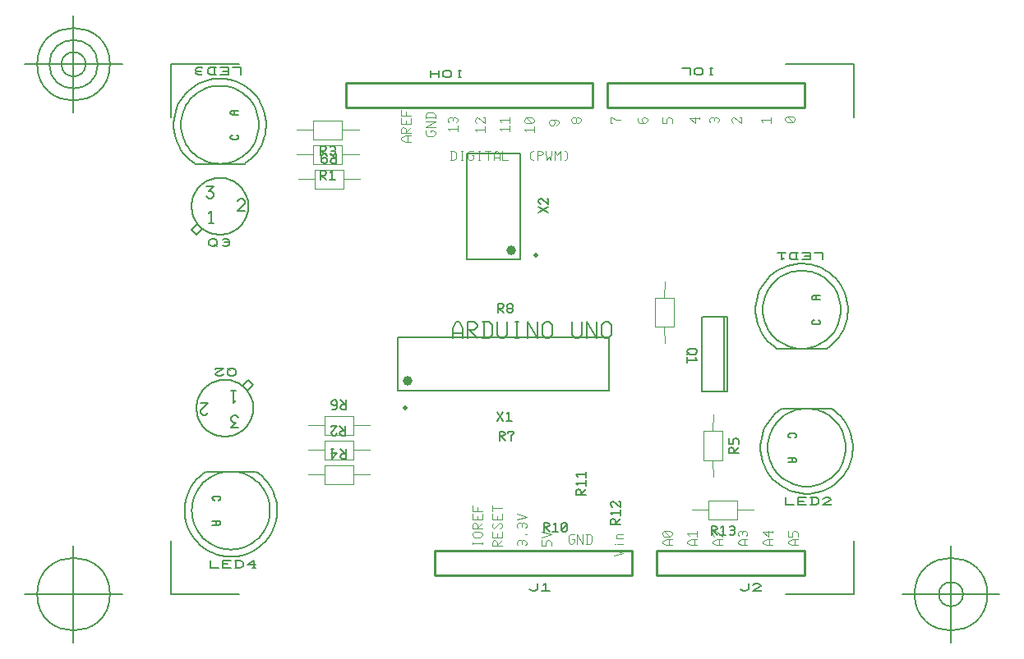
<source format=gbr>
G04 Generated by Ultiboard 13.0 *
%FSLAX34Y34*%
%MOMM*%

%ADD10C,0.0001*%
%ADD11C,0.0933*%
%ADD12C,0.2032*%
%ADD13C,0.2540*%
%ADD14C,0.1600*%
%ADD15C,0.1552*%
%ADD16C,0.2001*%
%ADD17C,0.1556*%
%ADD18C,0.1000*%
%ADD19C,0.1270*%
%ADD20C,0.50000*%
%ADD21C,1.00000*%


G04 ColorRGB FFFF00 for the following layer *
%LNSilkscreen Top*%
%LPD*%
G54D10*
G54D11*
X712040Y268807D02*
X712040Y270798D01*
X702040Y268807D02*
X702040Y270798D01*
X712040Y269802D02*
X702040Y269802D01*
X710040Y275776D02*
X712040Y277767D01*
X712040Y279758D01*
X710040Y281749D01*
X704040Y281749D01*
X702040Y279758D01*
X702040Y277767D01*
X704040Y275776D01*
X710040Y275776D01*
X712040Y284736D02*
X702040Y284736D01*
X702040Y288718D01*
X704040Y290709D01*
X705040Y290709D01*
X707040Y288718D01*
X707040Y284736D01*
X707040Y285731D02*
X712040Y290709D01*
X712040Y299669D02*
X712040Y293696D01*
X707040Y293696D01*
X702040Y293696D01*
X702040Y299669D01*
X707040Y293696D02*
X707040Y297678D01*
X712040Y302656D02*
X702040Y302656D01*
X702040Y308629D01*
X707040Y302656D02*
X707040Y306638D01*
X732360Y266816D02*
X722360Y266816D01*
X722360Y270798D01*
X724360Y272789D01*
X725360Y272789D01*
X727360Y270798D01*
X727360Y266816D01*
X727360Y267811D02*
X732360Y272789D01*
X732360Y281749D02*
X732360Y275776D01*
X727360Y275776D01*
X722360Y275776D01*
X722360Y281749D01*
X727360Y275776D02*
X727360Y279758D01*
X730360Y284736D02*
X732360Y286727D01*
X732360Y288718D01*
X730360Y290709D01*
X724360Y284736D01*
X722360Y286727D01*
X722360Y288718D01*
X724360Y290709D01*
X732360Y299669D02*
X732360Y293696D01*
X727360Y293696D01*
X722360Y293696D01*
X722360Y299669D01*
X727360Y293696D02*
X727360Y297678D01*
X732360Y305642D02*
X722360Y305642D01*
X722360Y302656D02*
X722360Y308629D01*
X748760Y267811D02*
X747760Y268807D01*
X747760Y270798D01*
X749760Y272789D01*
X751760Y272789D01*
X752760Y271793D01*
X753760Y272789D01*
X755760Y272789D01*
X757760Y270798D01*
X757760Y268807D01*
X756760Y267811D01*
X752760Y268807D02*
X752760Y271793D01*
X757760Y278762D02*
X756760Y278762D01*
X748760Y285731D02*
X747760Y286727D01*
X747760Y288718D01*
X749760Y290709D01*
X751760Y290709D01*
X752760Y289713D01*
X753760Y290709D01*
X755760Y290709D01*
X757760Y288718D01*
X757760Y286727D01*
X756760Y285731D01*
X752760Y286727D02*
X752760Y289713D01*
X747760Y293696D02*
X757760Y296682D01*
X747760Y299669D01*
X773160Y272789D02*
X773160Y266816D01*
X777160Y266816D01*
X777160Y270798D01*
X779160Y272789D01*
X781160Y272789D01*
X783160Y270798D01*
X783160Y266816D01*
X773160Y275776D02*
X783160Y278762D01*
X773160Y281749D01*
X805078Y273820D02*
X807069Y273820D01*
X807069Y270820D01*
X805078Y268820D01*
X803087Y268820D01*
X801096Y270820D01*
X801096Y276820D01*
X803087Y278820D01*
X807069Y278820D01*
X810056Y268820D02*
X810056Y278820D01*
X816029Y268820D01*
X816029Y278820D01*
X819016Y268820D02*
X822998Y268820D01*
X824989Y270820D01*
X824989Y276820D01*
X822998Y278820D01*
X819016Y278820D01*
X820011Y278820D02*
X820011Y268820D01*
X907620Y267556D02*
X901620Y267556D01*
X897620Y269547D01*
X897620Y271538D01*
X901620Y273529D01*
X907620Y273529D01*
X904620Y267556D02*
X904620Y273529D01*
X899620Y276516D02*
X897620Y278507D01*
X897620Y280498D01*
X899620Y282489D01*
X905620Y282489D01*
X907620Y280498D01*
X907620Y278507D01*
X905620Y276516D01*
X899620Y276516D01*
X899620Y282489D02*
X905620Y276516D01*
X933528Y267556D02*
X927528Y267556D01*
X923528Y269547D01*
X923528Y271538D01*
X927528Y273529D01*
X933528Y273529D01*
X930528Y267556D02*
X930528Y273529D01*
X925528Y277511D02*
X923528Y279502D01*
X933528Y279502D01*
X933528Y276516D02*
X933528Y282489D01*
X959436Y267556D02*
X953436Y267556D01*
X949436Y269547D01*
X949436Y271538D01*
X953436Y273529D01*
X959436Y273529D01*
X956436Y267556D02*
X956436Y273529D01*
X951436Y276516D02*
X949436Y278507D01*
X949436Y280498D01*
X951436Y282489D01*
X952436Y282489D01*
X959436Y276516D01*
X959436Y282489D01*
X958436Y282489D01*
X985344Y267556D02*
X979344Y267556D01*
X975344Y269547D01*
X975344Y271538D01*
X979344Y273529D01*
X985344Y273529D01*
X982344Y267556D02*
X982344Y273529D01*
X976344Y277511D02*
X975344Y278507D01*
X975344Y280498D01*
X977344Y282489D01*
X979344Y282489D01*
X980344Y281493D01*
X981344Y282489D01*
X983344Y282489D01*
X985344Y280498D01*
X985344Y278507D01*
X984344Y277511D01*
X980344Y278507D02*
X980344Y281493D01*
X1011252Y267556D02*
X1005252Y267556D01*
X1001252Y269547D01*
X1001252Y271538D01*
X1005252Y273529D01*
X1011252Y273529D01*
X1008252Y267556D02*
X1008252Y273529D01*
X1007252Y282489D02*
X1007252Y276516D01*
X1001252Y281493D01*
X1011252Y281493D01*
X1011252Y280498D02*
X1011252Y282489D01*
X1037160Y267556D02*
X1031160Y267556D01*
X1027160Y269547D01*
X1027160Y271538D01*
X1031160Y273529D01*
X1037160Y273529D01*
X1034160Y267556D02*
X1034160Y273529D01*
X1027160Y282489D02*
X1027160Y276516D01*
X1031160Y276516D01*
X1031160Y280498D01*
X1033160Y282489D01*
X1035160Y282489D01*
X1037160Y280498D01*
X1037160Y276516D01*
X679176Y664640D02*
X683158Y664640D01*
X685149Y666640D01*
X685149Y672640D01*
X683158Y674640D01*
X679176Y674640D01*
X680171Y674640D02*
X680171Y664640D01*
X690127Y664640D02*
X692118Y664640D01*
X690127Y674640D02*
X692118Y674640D01*
X691122Y664640D02*
X691122Y674640D01*
X701078Y669640D02*
X703069Y669640D01*
X703069Y666640D01*
X701078Y664640D01*
X699087Y664640D01*
X697096Y666640D01*
X697096Y672640D01*
X699087Y674640D01*
X703069Y674640D01*
X708047Y664640D02*
X710038Y664640D01*
X708047Y674640D02*
X710038Y674640D01*
X709042Y664640D02*
X709042Y674640D01*
X718002Y664640D02*
X718002Y674640D01*
X715016Y674640D02*
X720989Y674640D01*
X723976Y664640D02*
X723976Y670640D01*
X725967Y674640D01*
X727958Y674640D01*
X729949Y670640D01*
X729949Y664640D01*
X723976Y667640D02*
X729949Y667640D01*
X732936Y674640D02*
X732936Y664640D01*
X738909Y664640D01*
X764793Y664640D02*
X763798Y664640D01*
X761807Y666640D01*
X761807Y672640D01*
X763798Y674640D01*
X764793Y674640D01*
X768776Y664640D02*
X768776Y674640D01*
X772758Y674640D01*
X774749Y672640D01*
X774749Y671640D01*
X772758Y669640D01*
X768776Y669640D01*
X777736Y674640D02*
X778731Y664640D01*
X780722Y668640D01*
X782713Y664640D01*
X783709Y674640D01*
X786696Y664640D02*
X786696Y674640D01*
X789682Y669640D01*
X792669Y674640D01*
X792669Y664640D01*
X796651Y674640D02*
X797647Y674640D01*
X799638Y672640D01*
X799638Y666640D01*
X797647Y664640D01*
X796651Y664640D01*
X638380Y683976D02*
X632380Y683976D01*
X628380Y685967D01*
X628380Y687958D01*
X632380Y689949D01*
X638380Y689949D01*
X635380Y683976D02*
X635380Y689949D01*
X638380Y692936D02*
X628380Y692936D01*
X628380Y696918D01*
X630380Y698909D01*
X631380Y698909D01*
X633380Y696918D01*
X633380Y692936D01*
X633380Y693931D02*
X638380Y698909D01*
X638380Y707869D02*
X638380Y701896D01*
X633380Y701896D01*
X628380Y701896D01*
X628380Y707869D01*
X633380Y701896D02*
X633380Y705878D01*
X638380Y710856D02*
X628380Y710856D01*
X628380Y716829D01*
X633380Y710856D02*
X633380Y714838D01*
X658780Y693778D02*
X658780Y695769D01*
X661780Y695769D01*
X663780Y693778D01*
X663780Y691787D01*
X661780Y689796D01*
X655780Y689796D01*
X653780Y691787D01*
X653780Y695769D01*
X663780Y698756D02*
X653780Y698756D01*
X663780Y704729D01*
X653780Y704729D01*
X663780Y707716D02*
X663780Y711698D01*
X661780Y713689D01*
X655780Y713689D01*
X653780Y711698D01*
X653780Y707716D01*
X653780Y708711D02*
X663780Y708711D01*
X678640Y695271D02*
X676640Y697262D01*
X686640Y697262D01*
X686640Y694276D02*
X686640Y700249D01*
X677640Y704231D02*
X676640Y705227D01*
X676640Y707218D01*
X678640Y709209D01*
X680640Y709209D01*
X681640Y708213D01*
X682640Y709209D01*
X684640Y709209D01*
X686640Y707218D01*
X686640Y705227D01*
X685640Y704231D01*
X681640Y705227D02*
X681640Y708213D01*
X706580Y694671D02*
X704580Y696662D01*
X714580Y696662D01*
X714580Y693676D02*
X714580Y699649D01*
X706580Y702636D02*
X704580Y704627D01*
X704580Y706618D01*
X706580Y708609D01*
X707580Y708609D01*
X714580Y702636D01*
X714580Y708609D01*
X713580Y708609D01*
X731980Y695271D02*
X729980Y697262D01*
X739980Y697262D01*
X739980Y694276D02*
X739980Y700249D01*
X731980Y704231D02*
X729980Y706222D01*
X739980Y706222D01*
X739980Y703236D02*
X739980Y709209D01*
X757380Y694671D02*
X755380Y696662D01*
X765380Y696662D01*
X765380Y693676D02*
X765380Y699649D01*
X757380Y702636D02*
X755380Y704627D01*
X755380Y706618D01*
X757380Y708609D01*
X763380Y708609D01*
X765380Y706618D01*
X765380Y704627D01*
X763380Y702636D01*
X757380Y702636D01*
X757380Y708609D02*
X763380Y702636D01*
X788780Y700696D02*
X790780Y702687D01*
X790780Y704678D01*
X788780Y706669D01*
X784780Y706669D01*
X782780Y706669D01*
X780780Y704678D01*
X780780Y702687D01*
X782780Y700696D01*
X784780Y700696D01*
X786780Y702687D01*
X786780Y704678D01*
X784780Y706669D01*
X813640Y707218D02*
X813640Y705227D01*
X811640Y703236D01*
X809640Y703236D01*
X808640Y704231D01*
X807640Y703236D01*
X805640Y703236D01*
X803640Y705227D01*
X803640Y707218D01*
X805640Y709209D01*
X807640Y709209D01*
X808640Y708213D01*
X809640Y709209D01*
X811640Y709209D01*
X813640Y707218D01*
X808640Y704231D02*
X808640Y708213D01*
X854280Y706222D02*
X849280Y706222D01*
X846280Y709209D01*
X844280Y709209D01*
X844280Y703236D01*
X846280Y703236D01*
X872220Y708213D02*
X872220Y705227D01*
X874220Y703236D01*
X878220Y703236D01*
X880220Y703236D01*
X882220Y705227D01*
X882220Y707218D01*
X880220Y709209D01*
X878220Y709209D01*
X876220Y707218D01*
X876220Y705227D01*
X878220Y703236D01*
X897620Y709209D02*
X897620Y703236D01*
X901620Y703236D01*
X901620Y707218D01*
X903620Y709209D01*
X905620Y709209D01*
X907620Y707218D01*
X907620Y703236D01*
X931560Y709209D02*
X931560Y703236D01*
X925560Y708213D01*
X935560Y708213D01*
X935560Y707218D02*
X935560Y709209D01*
X946880Y704231D02*
X945880Y705227D01*
X945880Y707218D01*
X947880Y709209D01*
X949880Y709209D01*
X950880Y708213D01*
X951880Y709209D01*
X953880Y709209D01*
X955880Y707218D01*
X955880Y705227D01*
X954880Y704231D01*
X950880Y705227D02*
X950880Y708213D01*
X970740Y703236D02*
X968740Y705227D01*
X968740Y707218D01*
X970740Y709209D01*
X971740Y709209D01*
X978740Y703236D01*
X978740Y709209D01*
X977740Y709209D01*
X1001220Y704231D02*
X999220Y706222D01*
X1009220Y706222D01*
X1009220Y703236D02*
X1009220Y709209D01*
X1032080Y710204D02*
X1034080Y708213D01*
X1034080Y706222D01*
X1032080Y704231D01*
X1026080Y704231D01*
X1024080Y706222D01*
X1024080Y708213D01*
X1026080Y710204D01*
X1032080Y710204D01*
X1032080Y704231D02*
X1026080Y710204D01*
X847440Y256796D02*
X857440Y259782D01*
X847440Y262769D01*
X857440Y268742D02*
X851440Y268742D01*
X849440Y268742D02*
X848440Y268742D01*
X857440Y274716D02*
X851440Y274716D01*
X850440Y274716D01*
X851440Y274716D02*
X850440Y275711D01*
X850440Y277702D01*
X851440Y278698D01*
X857440Y278698D01*
G54D12*
X430671Y577608D02*
X433493Y576096D01*
X436316Y576096D01*
X439138Y577608D01*
X439138Y582144D01*
X436316Y583656D01*
X433493Y583656D01*
X430671Y582144D01*
X430671Y577608D01*
X436316Y577608D02*
X439138Y576096D01*
X444782Y582900D02*
X446193Y583656D01*
X449016Y583656D01*
X451838Y582144D01*
X451838Y580632D01*
X450427Y579876D01*
X451838Y579120D01*
X451838Y577608D01*
X449016Y576096D01*
X446193Y576096D01*
X444782Y576852D01*
X446193Y579876D02*
X450427Y579876D01*
X471170Y617220D02*
X471059Y619766D01*
X470726Y622292D01*
X470175Y624780D01*
X469408Y627210D01*
X468433Y629565D01*
X467257Y631825D01*
X465887Y633974D01*
X464336Y635996D01*
X462615Y637875D01*
X460736Y639596D01*
X458714Y641147D01*
X456565Y642517D01*
X454305Y643693D01*
X451950Y644668D01*
X449520Y645435D01*
X447032Y645986D01*
X444506Y646319D01*
X441960Y646430D01*
X439414Y646319D01*
X436888Y645986D01*
X434400Y645435D01*
X431970Y644668D01*
X429615Y643693D01*
X427355Y642517D01*
X425206Y641147D01*
X423184Y639596D01*
X421305Y637875D01*
X419584Y635996D01*
X418033Y633974D01*
X416663Y631825D01*
X415487Y629565D01*
X414512Y627210D01*
X413745Y624780D01*
X413194Y622292D01*
X412861Y619766D01*
X412750Y617220D01*
X412861Y614674D01*
X413194Y612148D01*
X413745Y609660D01*
X414512Y607230D01*
X415487Y604875D01*
X416663Y602615D01*
X418033Y600466D01*
X419584Y598444D01*
X421305Y596565D01*
X423184Y594844D01*
X425206Y593293D01*
X427355Y591923D01*
X429615Y590747D01*
X431970Y589772D01*
X434400Y589005D01*
X436888Y588454D01*
X439414Y588121D01*
X441960Y588010D01*
X444506Y588121D01*
X447032Y588454D01*
X449520Y589005D01*
X451950Y589772D01*
X454305Y590747D01*
X456565Y591923D01*
X458714Y593293D01*
X460736Y594844D01*
X462615Y596565D01*
X464336Y598444D01*
X465887Y600466D01*
X467257Y602615D01*
X468433Y604875D01*
X469408Y607230D01*
X470175Y609660D01*
X470726Y612148D01*
X471059Y614674D01*
X471170Y617220D01*
X471170Y617220D01*
X417830Y588010D02*
X412750Y593090D01*
X418677Y599017D01*
X433070Y612140D02*
X433070Y599440D01*
X430530Y599440D02*
X435610Y599440D01*
X423757Y593937D02*
X417830Y588010D01*
X430530Y609600D02*
X433070Y612140D01*
X435610Y637540D02*
X430530Y632460D01*
X433070Y624840D02*
X430530Y624840D01*
X430530Y632460D02*
X433070Y632460D01*
X427990Y637540D02*
X435610Y637540D01*
X435610Y627380D02*
X433070Y624840D01*
X433070Y632460D02*
X435610Y629920D01*
X430530Y624840D02*
X427990Y627380D01*
X435610Y629920D02*
X435610Y627380D01*
X467360Y619760D02*
X459740Y612140D01*
X467360Y612140D01*
X464820Y624840D02*
X467360Y622300D01*
X459740Y622300D02*
X462280Y624840D01*
X464820Y624840D01*
X467360Y622300D02*
X467360Y619760D01*
X431793Y251826D02*
X431793Y244267D01*
X440260Y244267D01*
X452960Y244267D02*
X444493Y244267D01*
X444493Y248046D01*
X444493Y251826D01*
X452960Y251826D01*
X444493Y248046D02*
X450138Y248046D01*
X457193Y244267D02*
X462838Y244267D01*
X465660Y245779D01*
X465660Y250314D01*
X462838Y251826D01*
X457193Y251826D01*
X458604Y251826D02*
X458604Y244267D01*
X478360Y247290D02*
X469893Y247290D01*
X476949Y251826D01*
X476949Y244267D01*
X475538Y244267D02*
X478360Y244267D01*
X427304Y343324D02*
X423921Y340911D01*
X420762Y338213D01*
X417850Y335249D01*
X415207Y332044D01*
X412854Y328620D01*
X410808Y325003D01*
X409085Y321223D01*
X407698Y317306D01*
X406658Y313284D01*
X405972Y309186D01*
X405646Y305044D01*
X405682Y300890D01*
X406081Y296754D01*
X406838Y292669D01*
X407948Y288665D01*
X409403Y284774D01*
X411192Y281024D01*
X413300Y277444D01*
X415713Y274061D01*
X418411Y270902D01*
X421375Y267990D01*
X424581Y265347D01*
X428005Y262994D01*
X431621Y260948D01*
X435401Y259225D01*
X439318Y257838D01*
X443340Y256798D01*
X447438Y256112D01*
X451580Y255786D01*
X455735Y255822D01*
X459870Y256221D01*
X463955Y256978D01*
X467959Y258088D01*
X471851Y259543D01*
X475601Y261332D01*
X479181Y263440D01*
X482563Y265853D01*
X485722Y268551D01*
X488634Y271515D01*
X491277Y274721D01*
X493630Y278145D01*
X495676Y281761D01*
X497399Y285541D01*
X498786Y289458D01*
X499826Y293480D01*
X500512Y297578D01*
X500838Y301720D01*
X500802Y305875D01*
X500404Y310010D01*
X499646Y314095D01*
X498536Y318099D01*
X497081Y321991D01*
X495292Y325741D01*
X493184Y329321D01*
X490771Y332703D01*
X488073Y335862D01*
X485109Y338774D01*
X481904Y341417D01*
X479181Y343324D01*
X453242Y263165D02*
X456747Y263318D01*
X460226Y263776D01*
X463651Y264536D01*
X466997Y265591D01*
X470238Y266933D01*
X473350Y268553D01*
X476309Y270439D01*
X479093Y272574D01*
X481680Y274945D01*
X484050Y277531D01*
X486186Y280315D01*
X488071Y283274D01*
X489691Y286386D01*
X491033Y289627D01*
X492088Y292973D01*
X492848Y296399D01*
X493306Y299877D01*
X493459Y303382D01*
X493306Y306887D01*
X492848Y310366D01*
X492088Y313791D01*
X491033Y317137D01*
X489691Y320378D01*
X488071Y323490D01*
X486186Y326449D01*
X484050Y329233D01*
X481680Y331820D01*
X479093Y334190D01*
X476309Y336326D01*
X473350Y338211D01*
X470238Y339831D01*
X466997Y341173D01*
X463651Y342228D01*
X460226Y342988D01*
X456747Y343446D01*
X453242Y343599D01*
X449737Y343446D01*
X446259Y342988D01*
X442833Y342228D01*
X439487Y341173D01*
X436246Y339831D01*
X433134Y338211D01*
X430175Y336326D01*
X427391Y334190D01*
X424805Y331820D01*
X422434Y329233D01*
X420299Y326449D01*
X418413Y323490D01*
X416793Y320378D01*
X415451Y317137D01*
X414396Y313791D01*
X413636Y310366D01*
X413178Y306887D01*
X413025Y303382D01*
X413178Y299877D01*
X413636Y296399D01*
X414396Y292973D01*
X415451Y289627D01*
X416793Y286386D01*
X418413Y283274D01*
X420299Y280315D01*
X422434Y277531D01*
X424805Y274945D01*
X427391Y272574D01*
X430175Y270439D01*
X433134Y268553D01*
X436246Y266933D01*
X439487Y265591D01*
X442833Y264536D01*
X446259Y263776D01*
X449737Y263318D01*
X453242Y263165D01*
X438425Y292799D02*
X438425Y288565D01*
X440542Y288565D02*
X440727Y288574D01*
X440910Y288598D01*
X441090Y288638D01*
X441266Y288693D01*
X441437Y288764D01*
X441600Y288849D01*
X441756Y288948D01*
X441903Y289061D01*
X442039Y289185D01*
X442164Y289322D01*
X442276Y289468D01*
X442375Y289624D01*
X442460Y289788D01*
X442531Y289958D01*
X442587Y290134D01*
X442627Y290315D01*
X442651Y290498D01*
X442659Y290682D01*
X442651Y290867D01*
X442627Y291050D01*
X442587Y291230D01*
X442531Y291406D01*
X442460Y291577D01*
X442375Y291740D01*
X442276Y291896D01*
X442164Y292043D01*
X442039Y292179D01*
X441903Y292304D01*
X441756Y292416D01*
X441600Y292515D01*
X441437Y292600D01*
X441266Y292671D01*
X441090Y292727D01*
X440910Y292767D01*
X440727Y292791D01*
X440542Y292799D01*
X478642Y343599D02*
X427842Y343599D01*
X434192Y292799D02*
X440542Y292799D01*
X436309Y318199D02*
X436125Y318191D01*
X435942Y318167D01*
X435761Y318127D01*
X435585Y318071D01*
X435415Y318000D01*
X435251Y317915D01*
X435095Y317816D01*
X434949Y317704D01*
X434812Y317579D01*
X434688Y317443D01*
X434575Y317296D01*
X434476Y317140D01*
X434391Y316977D01*
X434320Y316806D01*
X434265Y316630D01*
X434225Y316450D01*
X434201Y316267D01*
X434192Y316082D01*
X434201Y315898D01*
X434225Y315715D01*
X434265Y315534D01*
X434320Y315358D01*
X434391Y315188D01*
X434476Y315024D01*
X434575Y314868D01*
X434688Y314722D01*
X434812Y314585D01*
X434949Y314461D01*
X435095Y314348D01*
X435251Y314249D01*
X435415Y314164D01*
X435585Y314093D01*
X435761Y314038D01*
X435942Y313998D01*
X436125Y313974D01*
X436309Y313965D01*
X436309Y313965D01*
X436309Y318199D02*
X440542Y318199D01*
X440542Y313965D02*
X440727Y313973D01*
X440910Y313998D01*
X441090Y314038D01*
X441266Y314093D01*
X441437Y314164D01*
X441600Y314249D01*
X441756Y314348D01*
X441903Y314461D01*
X442039Y314585D01*
X442164Y314722D01*
X442276Y314868D01*
X442375Y315024D01*
X442460Y315188D01*
X442531Y315358D01*
X442587Y315534D01*
X442627Y315715D01*
X442651Y315898D01*
X442659Y316082D01*
X442651Y316267D01*
X442627Y316450D01*
X442587Y316630D01*
X442531Y316806D01*
X442460Y316977D01*
X442375Y317140D01*
X442276Y317296D01*
X442164Y317443D01*
X442039Y317579D01*
X441903Y317704D01*
X441756Y317816D01*
X441600Y317915D01*
X441437Y318000D01*
X441266Y318071D01*
X441090Y318127D01*
X440910Y318167D01*
X440727Y318191D01*
X440542Y318199D01*
X434192Y288565D02*
X440542Y288565D01*
X949537Y760155D02*
X946714Y760155D01*
X949537Y752596D02*
X946714Y752596D01*
X948126Y760155D02*
X948126Y752596D01*
X939659Y758644D02*
X936837Y760155D01*
X934014Y760155D01*
X931192Y758644D01*
X931192Y754108D01*
X934014Y752596D01*
X936837Y752596D01*
X939659Y754108D01*
X939659Y758644D01*
X926959Y752596D02*
X926959Y760155D01*
X918492Y760155D01*
X690457Y757615D02*
X687634Y757615D01*
X690457Y750056D02*
X687634Y750056D01*
X689046Y757615D02*
X689046Y750056D01*
X680579Y756104D02*
X677757Y757615D01*
X674934Y757615D01*
X672112Y756104D01*
X672112Y751568D01*
X674934Y750056D01*
X677757Y750056D01*
X680579Y751568D01*
X680579Y756104D01*
X667879Y757615D02*
X667879Y750056D01*
X659412Y757615D02*
X659412Y750056D01*
X667879Y753836D02*
X659412Y753836D01*
X760871Y221796D02*
X763693Y220285D01*
X766516Y220285D01*
X769338Y221796D01*
X769338Y227844D01*
X774982Y226332D02*
X777804Y227844D01*
X777804Y220285D01*
X773571Y220285D02*
X782038Y220285D01*
X978041Y221796D02*
X980863Y220285D01*
X983686Y220285D01*
X986508Y221796D01*
X986508Y227844D01*
X990741Y226332D02*
X993563Y227844D01*
X996386Y227844D01*
X999208Y226332D01*
X999208Y225576D01*
X990741Y220285D01*
X999208Y220285D01*
X999208Y221040D01*
X1062849Y562096D02*
X1062849Y569655D01*
X1054382Y569655D01*
X1041682Y569655D02*
X1050149Y569655D01*
X1050149Y565876D01*
X1050149Y562096D01*
X1041682Y562096D01*
X1050149Y565876D02*
X1044504Y565876D01*
X1037449Y569655D02*
X1031804Y569655D01*
X1028982Y568144D01*
X1028982Y563608D01*
X1031804Y562096D01*
X1037449Y562096D01*
X1036038Y562096D02*
X1036038Y569655D01*
X1023338Y563608D02*
X1020516Y562096D01*
X1020516Y569655D01*
X1024749Y569655D02*
X1016282Y569655D01*
X1067338Y470598D02*
X1070721Y473011D01*
X1073880Y475709D01*
X1076792Y478673D01*
X1079435Y481879D01*
X1081788Y485303D01*
X1083834Y488919D01*
X1085557Y492699D01*
X1086944Y496616D01*
X1087984Y500638D01*
X1088670Y504736D01*
X1088996Y508878D01*
X1088960Y513032D01*
X1088562Y517168D01*
X1087804Y521253D01*
X1086694Y525257D01*
X1085239Y529149D01*
X1083450Y532899D01*
X1081342Y536478D01*
X1078929Y539861D01*
X1076231Y543020D01*
X1073267Y545932D01*
X1070061Y548575D01*
X1066637Y550928D01*
X1063021Y552974D01*
X1059241Y554697D01*
X1055324Y556084D01*
X1051302Y557124D01*
X1047204Y557810D01*
X1043062Y558136D01*
X1038908Y558100D01*
X1034772Y557702D01*
X1030687Y556944D01*
X1026683Y555834D01*
X1022791Y554379D01*
X1019041Y552590D01*
X1015462Y550482D01*
X1012079Y548069D01*
X1008920Y545371D01*
X1006008Y542407D01*
X1003365Y539201D01*
X1001012Y535777D01*
X998966Y532161D01*
X997243Y528381D01*
X995856Y524464D01*
X994816Y520442D01*
X994130Y516344D01*
X993804Y512202D01*
X993840Y508048D01*
X994238Y503912D01*
X994996Y499827D01*
X996106Y495823D01*
X997561Y491931D01*
X999350Y488181D01*
X1001458Y484602D01*
X1003871Y481219D01*
X1006569Y478060D01*
X1009533Y475148D01*
X1012739Y472505D01*
X1015462Y470598D01*
X1041400Y550757D02*
X1037895Y550604D01*
X1034416Y550146D01*
X1030991Y549386D01*
X1027645Y548331D01*
X1024404Y546989D01*
X1021292Y545369D01*
X1018333Y543484D01*
X1015549Y541348D01*
X1012963Y538977D01*
X1010592Y536391D01*
X1008456Y533607D01*
X1006571Y530648D01*
X1004951Y527536D01*
X1003609Y524295D01*
X1002554Y520949D01*
X1001794Y517524D01*
X1001336Y514045D01*
X1001183Y510540D01*
X1001336Y507035D01*
X1001794Y503556D01*
X1002554Y500131D01*
X1003609Y496785D01*
X1004951Y493544D01*
X1006571Y490432D01*
X1008456Y487473D01*
X1010592Y484689D01*
X1012963Y482103D01*
X1015549Y479732D01*
X1018333Y477596D01*
X1021292Y475711D01*
X1024404Y474091D01*
X1027645Y472749D01*
X1030991Y471694D01*
X1034416Y470934D01*
X1037895Y470476D01*
X1041400Y470323D01*
X1044905Y470476D01*
X1048384Y470934D01*
X1051809Y471694D01*
X1055155Y472749D01*
X1058396Y474091D01*
X1061508Y475711D01*
X1064467Y477596D01*
X1067251Y479732D01*
X1069837Y482103D01*
X1072208Y484689D01*
X1074344Y487473D01*
X1076229Y490432D01*
X1077849Y493544D01*
X1079191Y496785D01*
X1080246Y500131D01*
X1081006Y503556D01*
X1081464Y507035D01*
X1081617Y510540D01*
X1081464Y514045D01*
X1081006Y517524D01*
X1080246Y520949D01*
X1079191Y524295D01*
X1077849Y527536D01*
X1076229Y530648D01*
X1074344Y533607D01*
X1072208Y536391D01*
X1069837Y538977D01*
X1067251Y541348D01*
X1064467Y543484D01*
X1061508Y545369D01*
X1058396Y546989D01*
X1055155Y548331D01*
X1051809Y549386D01*
X1048384Y550146D01*
X1044905Y550604D01*
X1041400Y550757D01*
X1056217Y521123D02*
X1056217Y525357D01*
X1054100Y525357D02*
X1053916Y525349D01*
X1053732Y525325D01*
X1053552Y525285D01*
X1053376Y525229D01*
X1053205Y525158D01*
X1053042Y525073D01*
X1052886Y524974D01*
X1052739Y524861D01*
X1052603Y524737D01*
X1052479Y524601D01*
X1052366Y524454D01*
X1052267Y524298D01*
X1052182Y524135D01*
X1052111Y523964D01*
X1052055Y523788D01*
X1052015Y523608D01*
X1051991Y523424D01*
X1051983Y523240D01*
X1051991Y523056D01*
X1052015Y522872D01*
X1052055Y522692D01*
X1052111Y522516D01*
X1052182Y522345D01*
X1052267Y522182D01*
X1052366Y522026D01*
X1052479Y521879D01*
X1052603Y521743D01*
X1052739Y521619D01*
X1052886Y521506D01*
X1053042Y521407D01*
X1053205Y521322D01*
X1053376Y521251D01*
X1053552Y521195D01*
X1053732Y521155D01*
X1053916Y521131D01*
X1054100Y521123D01*
X1016000Y470323D02*
X1066800Y470323D01*
X1060450Y521123D02*
X1054100Y521123D01*
X1058333Y495723D02*
X1058517Y495731D01*
X1058701Y495755D01*
X1058881Y495795D01*
X1059057Y495851D01*
X1059228Y495922D01*
X1059391Y496007D01*
X1059547Y496106D01*
X1059694Y496219D01*
X1059830Y496343D01*
X1059954Y496479D01*
X1060067Y496626D01*
X1060166Y496782D01*
X1060251Y496945D01*
X1060322Y497116D01*
X1060378Y497292D01*
X1060418Y497472D01*
X1060442Y497656D01*
X1060450Y497840D01*
X1060442Y498024D01*
X1060418Y498208D01*
X1060378Y498388D01*
X1060322Y498564D01*
X1060251Y498735D01*
X1060166Y498898D01*
X1060067Y499054D01*
X1059954Y499201D01*
X1059830Y499337D01*
X1059694Y499461D01*
X1059547Y499574D01*
X1059391Y499673D01*
X1059228Y499758D01*
X1059057Y499829D01*
X1058881Y499885D01*
X1058701Y499925D01*
X1058517Y499949D01*
X1058333Y499957D01*
X1058333Y499957D01*
X1058333Y495723D02*
X1054100Y495723D01*
X1054100Y499957D02*
X1053916Y499949D01*
X1053732Y499925D01*
X1053552Y499885D01*
X1053376Y499829D01*
X1053205Y499758D01*
X1053042Y499673D01*
X1052886Y499574D01*
X1052739Y499461D01*
X1052603Y499337D01*
X1052479Y499201D01*
X1052366Y499054D01*
X1052267Y498898D01*
X1052182Y498735D01*
X1052111Y498564D01*
X1052055Y498388D01*
X1052015Y498208D01*
X1051991Y498024D01*
X1051983Y497840D01*
X1051991Y497656D01*
X1052015Y497472D01*
X1052055Y497292D01*
X1052111Y497116D01*
X1052182Y496945D01*
X1052267Y496782D01*
X1052366Y496626D01*
X1052479Y496479D01*
X1052603Y496343D01*
X1052739Y496219D01*
X1052886Y496106D01*
X1053042Y496007D01*
X1053205Y495922D01*
X1053376Y495851D01*
X1053552Y495795D01*
X1053732Y495755D01*
X1053916Y495731D01*
X1054100Y495723D01*
X1060450Y525357D02*
X1054100Y525357D01*
X1025031Y316744D02*
X1025031Y309185D01*
X1033498Y309185D01*
X1046198Y309185D02*
X1037731Y309185D01*
X1037731Y312964D01*
X1037731Y316744D01*
X1046198Y316744D01*
X1037731Y312964D02*
X1043376Y312964D01*
X1050431Y309185D02*
X1056076Y309185D01*
X1058898Y310696D01*
X1058898Y315232D01*
X1056076Y316744D01*
X1050431Y316744D01*
X1051842Y316744D02*
X1051842Y309185D01*
X1063131Y315232D02*
X1065953Y316744D01*
X1068776Y316744D01*
X1071598Y315232D01*
X1071598Y314476D01*
X1063131Y309185D01*
X1071598Y309185D01*
X1071598Y309940D01*
X1020542Y408242D02*
X1017159Y405829D01*
X1014000Y403131D01*
X1011088Y400167D01*
X1008445Y396961D01*
X1006092Y393537D01*
X1004046Y389921D01*
X1002323Y386141D01*
X1000936Y382224D01*
X999896Y378202D01*
X999210Y374104D01*
X998884Y369962D01*
X998920Y365808D01*
X999318Y361672D01*
X1000076Y357587D01*
X1001186Y353583D01*
X1002641Y349691D01*
X1004430Y345941D01*
X1006538Y342362D01*
X1008951Y338979D01*
X1011649Y335820D01*
X1014613Y332908D01*
X1017819Y330265D01*
X1021243Y327912D01*
X1024859Y325866D01*
X1028639Y324143D01*
X1032556Y322756D01*
X1036578Y321716D01*
X1040676Y321030D01*
X1044818Y320704D01*
X1048972Y320740D01*
X1053108Y321138D01*
X1057193Y321896D01*
X1061197Y323006D01*
X1065089Y324461D01*
X1068839Y326250D01*
X1072418Y328358D01*
X1075801Y330771D01*
X1078960Y333469D01*
X1081872Y336433D01*
X1084515Y339639D01*
X1086868Y343063D01*
X1088914Y346679D01*
X1090637Y350459D01*
X1092024Y354376D01*
X1093064Y358398D01*
X1093750Y362496D01*
X1094076Y366638D01*
X1094040Y370792D01*
X1093642Y374928D01*
X1092884Y379013D01*
X1091774Y383017D01*
X1090319Y386909D01*
X1088530Y390659D01*
X1086422Y394238D01*
X1084009Y397621D01*
X1081311Y400780D01*
X1078347Y403692D01*
X1075141Y406335D01*
X1072418Y408242D01*
X1046480Y328083D02*
X1049985Y328236D01*
X1053464Y328694D01*
X1056889Y329454D01*
X1060235Y330509D01*
X1063476Y331851D01*
X1066588Y333471D01*
X1069547Y335356D01*
X1072331Y337492D01*
X1074917Y339863D01*
X1077288Y342449D01*
X1079424Y345233D01*
X1081309Y348192D01*
X1082929Y351304D01*
X1084271Y354545D01*
X1085326Y357891D01*
X1086086Y361316D01*
X1086544Y364795D01*
X1086697Y368300D01*
X1086544Y371805D01*
X1086086Y375284D01*
X1085326Y378709D01*
X1084271Y382055D01*
X1082929Y385296D01*
X1081309Y388408D01*
X1079424Y391367D01*
X1077288Y394151D01*
X1074917Y396737D01*
X1072331Y399108D01*
X1069547Y401244D01*
X1066588Y403129D01*
X1063476Y404749D01*
X1060235Y406091D01*
X1056889Y407146D01*
X1053464Y407906D01*
X1049985Y408364D01*
X1046480Y408517D01*
X1042975Y408364D01*
X1039496Y407906D01*
X1036071Y407146D01*
X1032725Y406091D01*
X1029484Y404749D01*
X1026372Y403129D01*
X1023413Y401244D01*
X1020629Y399108D01*
X1018043Y396737D01*
X1015672Y394151D01*
X1013536Y391367D01*
X1011651Y388408D01*
X1010031Y385296D01*
X1008689Y382055D01*
X1007634Y378709D01*
X1006874Y375284D01*
X1006416Y371805D01*
X1006263Y368300D01*
X1006416Y364795D01*
X1006874Y361316D01*
X1007634Y357891D01*
X1008689Y354545D01*
X1010031Y351304D01*
X1011651Y348192D01*
X1013536Y345233D01*
X1015672Y342449D01*
X1018043Y339863D01*
X1020629Y337492D01*
X1023413Y335356D01*
X1026372Y333471D01*
X1029484Y331851D01*
X1032725Y330509D01*
X1036071Y329454D01*
X1039496Y328694D01*
X1042975Y328236D01*
X1046480Y328083D01*
X1031663Y357717D02*
X1031663Y353483D01*
X1033780Y353483D02*
X1033964Y353491D01*
X1034148Y353515D01*
X1034328Y353555D01*
X1034504Y353611D01*
X1034675Y353682D01*
X1034838Y353767D01*
X1034994Y353866D01*
X1035141Y353979D01*
X1035277Y354103D01*
X1035401Y354239D01*
X1035514Y354386D01*
X1035613Y354542D01*
X1035698Y354705D01*
X1035769Y354876D01*
X1035825Y355052D01*
X1035865Y355232D01*
X1035889Y355416D01*
X1035897Y355600D01*
X1035889Y355784D01*
X1035865Y355968D01*
X1035825Y356148D01*
X1035769Y356324D01*
X1035698Y356495D01*
X1035613Y356658D01*
X1035514Y356814D01*
X1035401Y356961D01*
X1035277Y357097D01*
X1035141Y357221D01*
X1034994Y357334D01*
X1034838Y357433D01*
X1034675Y357518D01*
X1034504Y357589D01*
X1034328Y357645D01*
X1034148Y357685D01*
X1033964Y357709D01*
X1033780Y357717D01*
X1071880Y408517D02*
X1021080Y408517D01*
X1027430Y357717D02*
X1033780Y357717D01*
X1029547Y383117D02*
X1029363Y383109D01*
X1029179Y383085D01*
X1028999Y383045D01*
X1028823Y382989D01*
X1028652Y382918D01*
X1028489Y382833D01*
X1028333Y382734D01*
X1028186Y382621D01*
X1028050Y382497D01*
X1027926Y382361D01*
X1027813Y382214D01*
X1027714Y382058D01*
X1027629Y381895D01*
X1027558Y381724D01*
X1027502Y381548D01*
X1027462Y381368D01*
X1027438Y381184D01*
X1027430Y381000D01*
X1027438Y380816D01*
X1027462Y380632D01*
X1027502Y380452D01*
X1027558Y380276D01*
X1027629Y380105D01*
X1027714Y379942D01*
X1027813Y379786D01*
X1027926Y379639D01*
X1028050Y379503D01*
X1028186Y379379D01*
X1028333Y379266D01*
X1028489Y379167D01*
X1028652Y379082D01*
X1028823Y379011D01*
X1028999Y378955D01*
X1029179Y378915D01*
X1029363Y378891D01*
X1029547Y378883D01*
X1029547Y378883D01*
X1029547Y383117D02*
X1033780Y383117D01*
X1033780Y378883D02*
X1033964Y378891D01*
X1034148Y378915D01*
X1034328Y378955D01*
X1034504Y379011D01*
X1034675Y379082D01*
X1034838Y379167D01*
X1034994Y379266D01*
X1035141Y379379D01*
X1035277Y379503D01*
X1035401Y379639D01*
X1035514Y379786D01*
X1035613Y379942D01*
X1035698Y380105D01*
X1035769Y380276D01*
X1035825Y380452D01*
X1035865Y380632D01*
X1035889Y380816D01*
X1035897Y381000D01*
X1035889Y381184D01*
X1035865Y381368D01*
X1035825Y381548D01*
X1035769Y381724D01*
X1035698Y381895D01*
X1035613Y382058D01*
X1035514Y382214D01*
X1035401Y382361D01*
X1035277Y382497D01*
X1035141Y382621D01*
X1034994Y382734D01*
X1034838Y382833D01*
X1034675Y382918D01*
X1034504Y382989D01*
X1034328Y383045D01*
X1034148Y383085D01*
X1033964Y383109D01*
X1033780Y383117D01*
X1027430Y353483D02*
X1033780Y353483D01*
X458329Y448552D02*
X455507Y450064D01*
X452684Y450064D01*
X449862Y448552D01*
X449862Y444016D01*
X452684Y442504D01*
X455507Y442504D01*
X458329Y444016D01*
X458329Y448552D01*
X452684Y448552D02*
X449862Y450064D01*
X445629Y444016D02*
X442807Y442504D01*
X439984Y442504D01*
X437162Y444016D01*
X437162Y444772D01*
X445629Y450064D01*
X437162Y450064D01*
X437162Y449308D01*
X417830Y408940D02*
X417941Y406394D01*
X418274Y403868D01*
X418825Y401380D01*
X419592Y398950D01*
X420567Y396595D01*
X421743Y394335D01*
X423113Y392186D01*
X424664Y390164D01*
X426385Y388285D01*
X428264Y386564D01*
X430286Y385013D01*
X432435Y383643D01*
X434695Y382467D01*
X437050Y381492D01*
X439480Y380725D01*
X441968Y380174D01*
X444494Y379841D01*
X447040Y379730D01*
X449586Y379841D01*
X452112Y380174D01*
X454600Y380725D01*
X457030Y381492D01*
X459385Y382467D01*
X461645Y383643D01*
X463794Y385013D01*
X465816Y386564D01*
X467695Y388285D01*
X469416Y390164D01*
X470967Y392186D01*
X472337Y394335D01*
X473513Y396595D01*
X474488Y398950D01*
X475255Y401380D01*
X475806Y403868D01*
X476139Y406394D01*
X476250Y408940D01*
X476139Y411486D01*
X475806Y414012D01*
X475255Y416500D01*
X474488Y418930D01*
X473513Y421285D01*
X472337Y423545D01*
X470967Y425694D01*
X469416Y427716D01*
X467695Y429595D01*
X465816Y431316D01*
X463794Y432867D01*
X461645Y434237D01*
X459385Y435413D01*
X457030Y436388D01*
X454600Y437155D01*
X452112Y437706D01*
X449586Y438039D01*
X447040Y438150D01*
X444494Y438039D01*
X441968Y437706D01*
X439480Y437155D01*
X437050Y436388D01*
X434695Y435413D01*
X432435Y434237D01*
X430286Y432867D01*
X428264Y431316D01*
X426385Y429595D01*
X424664Y427716D01*
X423113Y425694D01*
X421743Y423545D01*
X420567Y421285D01*
X419592Y418930D01*
X418825Y416500D01*
X418274Y414012D01*
X417941Y411486D01*
X417830Y408940D01*
X471170Y438150D02*
X476250Y433070D01*
X470323Y427143D01*
X455930Y414020D02*
X455930Y426720D01*
X458470Y426720D02*
X453390Y426720D01*
X465243Y432223D02*
X471170Y438150D01*
X458470Y416560D02*
X455930Y414020D01*
X453390Y388620D02*
X458470Y393700D01*
X455930Y401320D02*
X458470Y401320D01*
X458470Y393700D02*
X455930Y393700D01*
X461010Y388620D02*
X453390Y388620D01*
X453390Y398780D02*
X455930Y401320D01*
X455930Y393700D02*
X453390Y396240D01*
X458470Y401320D02*
X461010Y398780D01*
X453390Y396240D02*
X453390Y398780D01*
X421640Y406400D02*
X429260Y414020D01*
X421640Y414020D01*
X424180Y401320D02*
X421640Y403860D01*
X429260Y403860D02*
X426720Y401320D01*
X424180Y401320D01*
X421640Y403860D02*
X421640Y406400D01*
X463409Y752892D02*
X463409Y760451D01*
X454942Y760451D01*
X442242Y760451D02*
X450709Y760451D01*
X450709Y756672D01*
X450709Y752892D01*
X442242Y752892D01*
X450709Y756672D02*
X445064Y756672D01*
X438009Y760451D02*
X432364Y760451D01*
X429542Y758939D01*
X429542Y754404D01*
X432364Y752892D01*
X438009Y752892D01*
X436598Y752892D02*
X436598Y760451D01*
X423898Y753648D02*
X422487Y752892D01*
X419664Y752892D01*
X416842Y754404D01*
X416842Y755916D01*
X418253Y756672D01*
X416842Y757427D01*
X416842Y758939D01*
X419664Y760451D01*
X422487Y760451D01*
X423898Y759695D01*
X422487Y756672D02*
X418253Y756672D01*
X467898Y661394D02*
X471281Y663807D01*
X474440Y666505D01*
X477352Y669468D01*
X479995Y672674D01*
X482348Y676098D01*
X484394Y679714D01*
X486117Y683495D01*
X487504Y687412D01*
X488544Y691434D01*
X489230Y695532D01*
X489556Y699674D01*
X489520Y703828D01*
X489122Y707964D01*
X488364Y712049D01*
X487254Y716053D01*
X485799Y719944D01*
X484010Y723694D01*
X481902Y727274D01*
X479489Y730657D01*
X476791Y733816D01*
X473827Y736728D01*
X470621Y739371D01*
X467197Y741724D01*
X463581Y743770D01*
X459801Y745493D01*
X455884Y746880D01*
X451862Y747920D01*
X447764Y748606D01*
X443622Y748932D01*
X439468Y748896D01*
X435332Y748497D01*
X431247Y747740D01*
X427243Y746630D01*
X423351Y745175D01*
X419601Y743386D01*
X416022Y741277D01*
X412639Y738865D01*
X409480Y736166D01*
X406568Y733203D01*
X403925Y729997D01*
X401572Y726573D01*
X399526Y722957D01*
X397803Y719176D01*
X396416Y715260D01*
X395376Y711238D01*
X394690Y707140D01*
X394364Y702998D01*
X394400Y698843D01*
X394798Y694708D01*
X395556Y690622D01*
X396666Y686619D01*
X398121Y682727D01*
X399910Y678977D01*
X402018Y675397D01*
X404431Y672015D01*
X407129Y668856D01*
X410093Y665944D01*
X413299Y663301D01*
X416022Y661394D01*
X441960Y741552D02*
X438455Y741399D01*
X434976Y740941D01*
X431551Y740182D01*
X428205Y739127D01*
X424964Y737784D01*
X421852Y736164D01*
X418893Y734279D01*
X416109Y732144D01*
X413523Y729773D01*
X411152Y727187D01*
X409016Y724403D01*
X407131Y721444D01*
X405511Y718332D01*
X404169Y715091D01*
X403114Y711745D01*
X402354Y708319D01*
X401896Y704841D01*
X401743Y701336D01*
X401896Y697831D01*
X402354Y694352D01*
X403114Y690927D01*
X404169Y687581D01*
X405511Y684339D01*
X407131Y681227D01*
X409016Y678268D01*
X411152Y675485D01*
X413523Y672898D01*
X416109Y670528D01*
X418893Y668392D01*
X421852Y666507D01*
X424964Y664887D01*
X428205Y663544D01*
X431551Y662489D01*
X434976Y661730D01*
X438455Y661272D01*
X441960Y661119D01*
X445465Y661272D01*
X448944Y661730D01*
X452369Y662489D01*
X455715Y663544D01*
X458956Y664887D01*
X462068Y666507D01*
X465027Y668392D01*
X467811Y670528D01*
X470397Y672898D01*
X472768Y675485D01*
X474904Y678268D01*
X476789Y681227D01*
X478409Y684339D01*
X479751Y687581D01*
X480806Y690927D01*
X481566Y694352D01*
X482024Y697831D01*
X482177Y701336D01*
X482024Y704841D01*
X481566Y708319D01*
X480806Y711745D01*
X479751Y715091D01*
X478409Y718332D01*
X476789Y721444D01*
X474904Y724403D01*
X472768Y727187D01*
X470397Y729773D01*
X467811Y732144D01*
X465027Y734279D01*
X462068Y736164D01*
X458956Y737784D01*
X455715Y739127D01*
X452369Y740182D01*
X448944Y740941D01*
X445465Y741399D01*
X441960Y741552D01*
X456777Y711919D02*
X456777Y716152D01*
X454660Y716152D02*
X454476Y716144D01*
X454292Y716120D01*
X454112Y716080D01*
X453936Y716025D01*
X453765Y715954D01*
X453602Y715869D01*
X453446Y715770D01*
X453299Y715657D01*
X453163Y715532D01*
X453039Y715396D01*
X452926Y715250D01*
X452827Y715094D01*
X452742Y714930D01*
X452671Y714760D01*
X452615Y714584D01*
X452575Y714403D01*
X452551Y714220D01*
X452543Y714036D01*
X452551Y713851D01*
X452575Y713668D01*
X452615Y713488D01*
X452671Y713312D01*
X452742Y713141D01*
X452827Y712977D01*
X452926Y712822D01*
X453039Y712675D01*
X453163Y712539D01*
X453299Y712414D01*
X453446Y712302D01*
X453602Y712203D01*
X453765Y712117D01*
X453936Y712047D01*
X454112Y711991D01*
X454292Y711951D01*
X454476Y711927D01*
X454660Y711919D01*
X416560Y661119D02*
X467360Y661119D01*
X461010Y711919D02*
X454660Y711919D01*
X458893Y686519D02*
X459077Y686527D01*
X459261Y686551D01*
X459441Y686591D01*
X459617Y686647D01*
X459788Y686717D01*
X459951Y686803D01*
X460107Y686902D01*
X460254Y687014D01*
X460390Y687139D01*
X460514Y687275D01*
X460627Y687422D01*
X460726Y687577D01*
X460811Y687741D01*
X460882Y687912D01*
X460938Y688088D01*
X460978Y688268D01*
X461002Y688451D01*
X461010Y688636D01*
X461002Y688820D01*
X460978Y689003D01*
X460938Y689184D01*
X460882Y689360D01*
X460811Y689530D01*
X460726Y689694D01*
X460627Y689850D01*
X460514Y689996D01*
X460390Y690132D01*
X460254Y690257D01*
X460107Y690370D01*
X459951Y690469D01*
X459788Y690554D01*
X459617Y690625D01*
X459441Y690680D01*
X459261Y690720D01*
X459077Y690744D01*
X458893Y690752D01*
X458893Y690752D01*
X458893Y686519D02*
X454660Y686519D01*
X454660Y690752D02*
X454476Y690744D01*
X454292Y690720D01*
X454112Y690680D01*
X453936Y690625D01*
X453765Y690554D01*
X453602Y690469D01*
X453446Y690370D01*
X453299Y690257D01*
X453163Y690132D01*
X453039Y689996D01*
X452926Y689850D01*
X452827Y689694D01*
X452742Y689530D01*
X452671Y689360D01*
X452615Y689184D01*
X452575Y689003D01*
X452551Y688820D01*
X452543Y688636D01*
X452551Y688451D01*
X452575Y688268D01*
X452615Y688088D01*
X452671Y687912D01*
X452742Y687741D01*
X452827Y687577D01*
X452926Y687422D01*
X453039Y687275D01*
X453163Y687139D01*
X453299Y687014D01*
X453446Y686902D01*
X453602Y686803D01*
X453765Y686717D01*
X453936Y686647D01*
X454112Y686591D01*
X454292Y686551D01*
X454476Y686527D01*
X454660Y686519D01*
X461010Y716152D02*
X454660Y716152D01*
X961460Y426796D02*
X961460Y503014D01*
X964860Y503380D02*
X964860Y426496D01*
X938760Y426496D02*
X938760Y503530D01*
X964660Y503614D02*
X939160Y503614D01*
X770306Y610555D02*
X780306Y616528D01*
X780306Y610555D02*
X770306Y616528D01*
X772306Y619515D02*
X770306Y621506D01*
X770306Y623497D01*
X772306Y625488D01*
X773306Y625488D01*
X780306Y619515D01*
X780306Y625488D01*
X779306Y625488D01*
X696530Y671820D02*
X696530Y562620D01*
X751270Y562620D02*
X751270Y671820D01*
X696530Y562620D02*
X751270Y562620D01*
X751270Y671820D02*
X696530Y671820D01*
X727632Y405330D02*
X733606Y395330D01*
X727632Y395330D02*
X733606Y405330D01*
X737588Y403330D02*
X739579Y405330D01*
X739579Y395330D01*
X736592Y395330D02*
X742566Y395330D01*
X843060Y482010D02*
X625060Y482010D01*
X625060Y427310D02*
X843060Y427310D01*
X625060Y482010D02*
X625060Y427310D01*
X843060Y427310D02*
X843060Y482010D01*
G54D13*
X1043940Y718820D02*
X840740Y718820D01*
X840740Y744220D01*
X1043940Y744220D01*
X1043940Y718820D01*
X825500Y718820D02*
X571500Y718820D01*
X571500Y744220D01*
X825500Y744220D01*
X825500Y718820D01*
X662940Y261620D02*
X866140Y261620D01*
X866140Y236220D01*
X662940Y236220D01*
X662940Y261620D01*
X891540Y261620D02*
X1043940Y261620D01*
X1043940Y236220D01*
X891540Y236220D01*
X891540Y261620D01*
G54D14*
X681767Y480823D02*
X681767Y491109D01*
X685180Y497966D01*
X688593Y497966D01*
X692007Y491109D01*
X692007Y480823D01*
X681767Y485966D02*
X692007Y485966D01*
X697127Y480823D02*
X697127Y497966D01*
X703953Y497966D01*
X707367Y494537D01*
X707367Y492823D01*
X703953Y489394D01*
X697127Y489394D01*
X698833Y489394D02*
X707367Y480823D01*
X712487Y480823D02*
X719313Y480823D01*
X722727Y484251D01*
X722727Y494537D01*
X719313Y497966D01*
X712487Y497966D01*
X714193Y497966D02*
X714193Y480823D01*
X727847Y497966D02*
X727847Y484251D01*
X731260Y480823D01*
X734673Y480823D01*
X738087Y484251D01*
X738087Y497966D01*
X746620Y480823D02*
X750033Y480823D01*
X746620Y497966D02*
X750033Y497966D01*
X748327Y480823D02*
X748327Y497966D01*
X758567Y480823D02*
X758567Y497966D01*
X768807Y480823D01*
X768807Y497966D01*
X773927Y484251D02*
X777340Y480823D01*
X780753Y480823D01*
X784167Y484251D01*
X784167Y494537D01*
X780753Y497966D01*
X777340Y497966D01*
X773927Y494537D01*
X773927Y484251D01*
X804647Y497966D02*
X804647Y484251D01*
X808060Y480823D01*
X811473Y480823D01*
X814887Y484251D01*
X814887Y497966D01*
X820007Y480823D02*
X820007Y497966D01*
X830247Y480823D01*
X830247Y497966D01*
X835367Y484251D02*
X838780Y480823D01*
X842193Y480823D01*
X845607Y484251D01*
X845607Y494537D01*
X842193Y497966D01*
X838780Y497966D01*
X835367Y494537D01*
X835367Y484251D01*
G54D15*
X925529Y470537D02*
X923534Y468550D01*
X923534Y466563D01*
X925529Y464576D01*
X931516Y464576D01*
X933512Y466563D01*
X933512Y468550D01*
X931516Y470537D01*
X925529Y470537D01*
X925529Y466563D02*
X923534Y464576D01*
X931516Y460602D02*
X933512Y458616D01*
X923534Y458616D01*
X923534Y461596D02*
X923534Y455635D01*
G54D16*
X939210Y426190D02*
X964710Y426190D01*
G54D17*
X571390Y390819D02*
X571390Y380819D01*
X567408Y380819D01*
X565417Y382819D01*
X565417Y383819D01*
X567408Y385819D01*
X571390Y385819D01*
X570395Y385819D02*
X565417Y390819D01*
X562430Y382819D02*
X560439Y380819D01*
X558448Y380819D01*
X556457Y382819D01*
X556457Y383819D01*
X562430Y390819D01*
X556457Y390819D01*
X556457Y389819D01*
X571791Y366652D02*
X571791Y356652D01*
X567809Y356652D01*
X565818Y358652D01*
X565818Y359652D01*
X567809Y361652D01*
X571791Y361652D01*
X570796Y361652D02*
X565818Y366652D01*
X556858Y362652D02*
X562831Y362652D01*
X557854Y356652D01*
X557854Y366652D01*
X558849Y366652D02*
X556858Y366652D01*
X545809Y644268D02*
X545809Y654268D01*
X549791Y654268D01*
X551782Y652268D01*
X551782Y651268D01*
X549791Y649268D01*
X545809Y649268D01*
X546804Y649268D02*
X551782Y644268D01*
X555764Y652268D02*
X557755Y654268D01*
X557755Y644268D01*
X554769Y644268D02*
X560742Y644268D01*
X561631Y671452D02*
X561631Y661452D01*
X557649Y661452D01*
X555658Y663452D01*
X555658Y664452D01*
X557649Y666452D01*
X561631Y666452D01*
X560636Y666452D02*
X555658Y671452D01*
X552671Y669452D02*
X550680Y671452D01*
X548689Y671452D01*
X546698Y669452D01*
X546698Y665452D01*
X546698Y663452D01*
X548689Y661452D01*
X550680Y661452D01*
X552671Y663452D01*
X552671Y665452D01*
X550680Y667452D01*
X548689Y667452D01*
X546698Y665452D01*
X545809Y669668D02*
X545809Y679668D01*
X549791Y679668D01*
X551782Y677668D01*
X551782Y676668D01*
X549791Y674668D01*
X545809Y674668D01*
X546804Y674668D02*
X551782Y669668D01*
X555764Y678668D02*
X556760Y679668D01*
X558751Y679668D01*
X560742Y677668D01*
X560742Y675668D01*
X559746Y674668D01*
X560742Y673668D01*
X560742Y671668D01*
X558751Y669668D01*
X556760Y669668D01*
X555764Y670668D01*
X556760Y674668D02*
X559746Y674668D01*
X728689Y507108D02*
X728689Y517108D01*
X732671Y517108D01*
X734662Y515108D01*
X734662Y514108D01*
X732671Y512108D01*
X728689Y512108D01*
X729684Y512108D02*
X734662Y507108D01*
X741631Y507108D02*
X739640Y507108D01*
X737649Y509108D01*
X737649Y511108D01*
X738644Y512108D01*
X737649Y513108D01*
X737649Y515108D01*
X739640Y517108D01*
X741631Y517108D01*
X743622Y515108D01*
X743622Y513108D01*
X742626Y512108D01*
X743622Y511108D01*
X743622Y509108D01*
X741631Y507108D01*
X738644Y512108D02*
X742626Y512108D01*
X729976Y375080D02*
X729976Y385080D01*
X733958Y385080D01*
X735949Y383080D01*
X735949Y382080D01*
X733958Y380080D01*
X729976Y380080D01*
X730971Y380080D02*
X735949Y375080D01*
X741922Y375080D02*
X741922Y380080D01*
X744909Y383080D01*
X744909Y385080D01*
X738936Y385080D01*
X738936Y383080D01*
X976252Y362929D02*
X966252Y362929D01*
X966252Y366911D01*
X968252Y368902D01*
X969252Y368902D01*
X971252Y366911D01*
X971252Y362929D01*
X971252Y363924D02*
X976252Y368902D01*
X966252Y377862D02*
X966252Y371889D01*
X970252Y371889D01*
X970252Y375871D01*
X972252Y377862D01*
X974252Y377862D01*
X976252Y375871D01*
X976252Y371889D01*
X854280Y289076D02*
X844280Y289076D01*
X844280Y293058D01*
X846280Y295049D01*
X847280Y295049D01*
X849280Y293058D01*
X849280Y289076D01*
X849280Y290071D02*
X854280Y295049D01*
X846280Y299031D02*
X844280Y301022D01*
X854280Y301022D01*
X854280Y298036D02*
X854280Y304009D01*
X846280Y306996D02*
X844280Y308987D01*
X844280Y310978D01*
X846280Y312969D01*
X847280Y312969D01*
X854280Y306996D01*
X854280Y312969D01*
X853280Y312969D01*
X818720Y319556D02*
X808720Y319556D01*
X808720Y323538D01*
X810720Y325529D01*
X811720Y325529D01*
X813720Y323538D01*
X813720Y319556D01*
X813720Y320551D02*
X818720Y325529D01*
X810720Y329511D02*
X808720Y331502D01*
X818720Y331502D01*
X818720Y328516D02*
X818720Y334489D01*
X810720Y338471D02*
X808720Y340462D01*
X818720Y340462D01*
X818720Y337476D02*
X818720Y343449D01*
X948349Y277688D02*
X948349Y287688D01*
X952331Y287688D01*
X954322Y285688D01*
X954322Y284688D01*
X952331Y282688D01*
X948349Y282688D01*
X949344Y282688D02*
X954322Y277688D01*
X958304Y285688D02*
X960295Y287688D01*
X960295Y277688D01*
X957309Y277688D02*
X963282Y277688D01*
X967264Y286688D02*
X968260Y287688D01*
X970251Y287688D01*
X972242Y285688D01*
X972242Y283688D01*
X971246Y282688D01*
X972242Y281688D01*
X972242Y279688D01*
X970251Y277688D01*
X968260Y277688D01*
X967264Y278688D01*
X968260Y282688D02*
X971246Y282688D01*
X571791Y417452D02*
X571791Y407452D01*
X567809Y407452D01*
X565818Y409452D01*
X565818Y410452D01*
X567809Y412452D01*
X571791Y412452D01*
X570796Y412452D02*
X565818Y417452D01*
X557854Y407452D02*
X560840Y407452D01*
X562831Y409452D01*
X562831Y413452D01*
X562831Y415452D01*
X560840Y417452D01*
X558849Y417452D01*
X556858Y415452D01*
X556858Y413452D01*
X558849Y411452D01*
X560840Y411452D01*
X562831Y413452D01*
X775696Y281100D02*
X775696Y291100D01*
X779678Y291100D01*
X781669Y289100D01*
X781669Y288100D01*
X779678Y286100D01*
X775696Y286100D01*
X776691Y286100D02*
X781669Y281100D01*
X785651Y289100D02*
X787642Y291100D01*
X787642Y281100D01*
X784656Y281100D02*
X790629Y281100D01*
X793616Y289100D02*
X795607Y291100D01*
X797598Y291100D01*
X799589Y289100D01*
X799589Y283100D01*
X797598Y281100D01*
X795607Y281100D01*
X793616Y283100D01*
X793616Y289100D01*
X799589Y289100D02*
X793616Y283100D01*
G54D18*
X579600Y355860D02*
X549600Y355860D01*
X549600Y375460D01*
X579600Y375460D01*
X579600Y355860D01*
X596600Y365760D02*
X579600Y365660D01*
X549600Y365660D02*
X532600Y365760D01*
X579600Y330460D02*
X549600Y330460D01*
X549600Y350060D01*
X579600Y350060D01*
X579600Y330460D01*
X596600Y340360D02*
X579600Y340260D01*
X549600Y340260D02*
X532600Y340360D01*
X538000Y680460D02*
X568000Y680460D01*
X568000Y660860D01*
X538000Y660860D01*
X538000Y680460D01*
X521000Y670560D02*
X538000Y670660D01*
X568000Y670660D02*
X585000Y670560D01*
X569440Y635260D02*
X539440Y635260D01*
X539440Y654860D01*
X569440Y654860D01*
X569440Y635260D01*
X586440Y645160D02*
X569440Y645060D01*
X539440Y645060D02*
X522440Y645160D01*
X538000Y705860D02*
X568000Y705860D01*
X568000Y686260D01*
X538000Y686260D01*
X538000Y705860D01*
X521000Y695960D02*
X538000Y696060D01*
X568000Y696060D02*
X585000Y695960D01*
X940060Y355120D02*
X959660Y355120D01*
X959660Y385120D01*
X940060Y385120D01*
X940060Y355120D01*
X949960Y338120D02*
X949860Y355120D01*
X949860Y385120D02*
X949960Y402120D01*
X890080Y492900D02*
X909680Y492900D01*
X909680Y522900D01*
X890080Y522900D01*
X890080Y492900D01*
X899980Y475900D02*
X899880Y492900D01*
X899880Y522900D02*
X899980Y539900D01*
X945020Y313880D02*
X975020Y313880D01*
X975020Y294280D01*
X945020Y294280D01*
X945020Y313880D01*
X928020Y303980D02*
X945020Y304080D01*
X975020Y304080D02*
X992020Y303980D01*
X579600Y381260D02*
X549600Y381260D01*
X549600Y400860D01*
X579600Y400860D01*
X579600Y381260D01*
X596600Y391160D02*
X579600Y391060D01*
X549600Y391060D02*
X532600Y391160D01*
G54D19*
X391160Y217001D02*
X391160Y271674D01*
X391160Y217001D02*
X461556Y217001D01*
X1095121Y217001D02*
X1024725Y217001D01*
X1095121Y217001D02*
X1095121Y271674D01*
X1095121Y763735D02*
X1095121Y709062D01*
X1095121Y763735D02*
X1024725Y763735D01*
X391160Y763735D02*
X461556Y763735D01*
X391160Y763735D02*
X391160Y709062D01*
X341160Y217001D02*
X241160Y217001D01*
X291160Y167001D02*
X291160Y267001D01*
X253660Y217001D02*
G75*
D01*
G02X253660Y217001I37500J0*
G01*
X1145121Y217001D02*
X1245121Y217001D01*
X1195121Y167001D02*
X1195121Y267001D01*
X1157621Y217001D02*
G75*
D01*
G02X1157621Y217001I37500J0*
G01*
X1182621Y217001D02*
G75*
D01*
G02X1182621Y217001I12500J0*
G01*
X341160Y763735D02*
X241160Y763735D01*
X291160Y713735D02*
X291160Y813735D01*
X253660Y763735D02*
G75*
D01*
G02X253660Y763735I37500J0*
G01*
X266160Y763735D02*
G75*
D01*
G02X266160Y763735I25000J0*
G01*
X278660Y763735D02*
G75*
D01*
G02X278660Y763735I12500J0*
G01*
G54D20*
X767080Y566460D03*
X632500Y408940D03*
G54D21*
X741680Y571580D03*
X635080Y436880D03*

M02*

</source>
